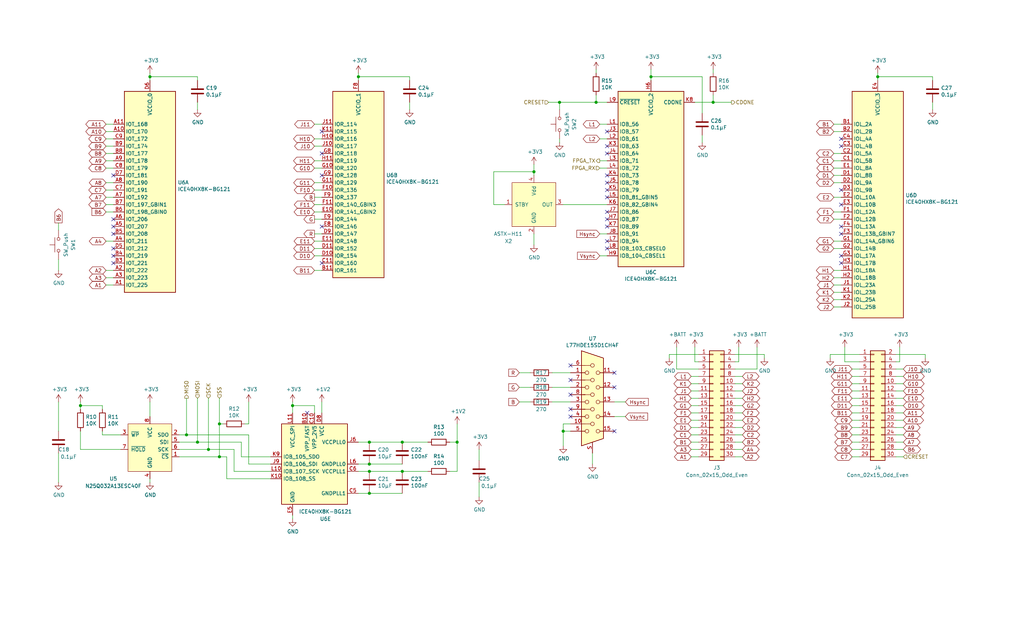
<source format=kicad_sch>
(kicad_sch (version 20231120) (generator "eeschema") (generator_version "8.0")
  (paper "USLegal")
  (junction (at 124.46 26.67))
  (junction (at 72.39 156.21))
  (junction (at 101.6 140.97))
  (junction (at 139.7 153.67))
  (junction (at 68.58 153.67))
  (junction (at 185.42 59.69))
  (junction (at 128.27 163.83))
  (junction (at 128.27 171.45))
  (junction (at 128.27 161.29))
  (junction (at 195.58 149.86))
  (junction (at 139.7 163.83))
  (junction (at 128.27 153.67))
  (junction (at 52.07 26.67))
  (junction (at 304.8 26.67))
  (junction (at 27.94 140.97))
  (junction (at 76.2 147.32))
  (junction (at 64.77 151.13))
  (junction (at 194.31 35.56))
  (junction (at 76.2 158.75))
  (junction (at 226.06 26.67))
  (junction (at 158.75 153.67))
  (junction (at 207.01 35.56))
  (junction (at 247.65 35.56))
  (no_connect (at 106.68 143.51))
  (no_connect (at 111.76 91.44))
  (no_connect (at 111.76 45.72))
  (no_connect (at 111.76 53.34))
  (no_connect (at 111.76 60.96))
  (no_connect (at 111.76 78.74))
  (no_connect (at 39.37 60.96))
  (no_connect (at 39.37 76.2))
  (no_connect (at 39.37 78.74))
  (no_connect (at 39.37 81.28))
  (no_connect (at 39.37 86.36))
  (no_connect (at 39.37 88.9))
  (no_connect (at 39.37 91.44))
  (no_connect (at 210.82 45.72))
  (no_connect (at 210.82 50.8))
  (no_connect (at 210.82 53.34))
  (no_connect (at 210.82 76.2))
  (no_connect (at 210.82 78.74))
  (no_connect (at 210.82 86.36))
  (no_connect (at 210.82 83.82))
  (no_connect (at 210.82 60.96))
  (no_connect (at 210.82 63.5))
  (no_connect (at 210.82 66.04))
  (no_connect (at 210.82 68.58))
  (no_connect (at 210.82 73.66))
  (no_connect (at 198.12 137.16))
  (no_connect (at 213.36 149.86))
  (no_connect (at 198.12 127))
  (no_connect (at 198.12 132.08))
  (no_connect (at 198.12 142.24))
  (no_connect (at 198.12 144.78))
  (no_connect (at 213.36 134.62))
  (no_connect (at 213.36 129.54))
  (no_connect (at 292.1 88.9))
  (no_connect (at 292.1 91.44))
  (no_connect (at 292.1 50.8))
  (no_connect (at 292.1 66.04))
  (no_connect (at 292.1 71.12))
  (no_connect (at 292.1 78.74))
  (no_connect (at 292.1 81.28))
  (no_connect (at 292.1 48.26))
  (wire (pts (xy 93.98 163.83) (xy 81.28 163.83)))
  (wire (pts (xy 109.22 86.36) (xy 111.76 86.36)))
  (wire (pts (xy 35.56 149.86) (xy 35.56 151.13)))
  (wire (pts (xy 36.83 83.82) (xy 39.37 83.82)))
  (wire (pts (xy 289.56 99.06) (xy 292.1 99.06)))
  (wire (pts (xy 232.41 124.46) (xy 232.41 123.19)))
  (wire (pts (xy 109.22 81.28) (xy 111.76 81.28)))
  (wire (pts (xy 240.03 133.35) (xy 242.57 133.35)))
  (wire (pts (xy 210.82 71.12) (xy 195.58 71.12)))
  (wire (pts (xy 234.95 120.65) (xy 234.95 128.27)))
  (wire (pts (xy 142.24 26.67) (xy 142.24 27.94)))
  (wire (pts (xy 226.06 26.67) (xy 226.06 27.94)))
  (wire (pts (xy 36.83 71.12) (xy 39.37 71.12)))
  (wire (pts (xy 255.27 123.19) (xy 265.43 123.19)))
  (wire (pts (xy 76.2 158.75) (xy 62.23 158.75)))
  (wire (pts (xy 81.28 156.21) (xy 72.39 156.21)))
  (wire (pts (xy 208.28 48.26) (xy 210.82 48.26)))
  (wire (pts (xy 27.94 140.97) (xy 27.94 142.24)))
  (wire (pts (xy 27.94 139.7) (xy 27.94 140.97)))
  (wire (pts (xy 295.91 138.43) (xy 298.45 138.43)))
  (wire (pts (xy 313.69 138.43) (xy 311.15 138.43)))
  (wire (pts (xy 77.47 147.32) (xy 76.2 147.32)))
  (wire (pts (xy 175.26 71.12) (xy 171.45 71.12)))
  (wire (pts (xy 295.91 158.75) (xy 298.45 158.75)))
  (wire (pts (xy 257.81 148.59) (xy 255.27 148.59)))
  (wire (pts (xy 313.69 135.89) (xy 311.15 135.89)))
  (wire (pts (xy 208.28 81.28) (xy 210.82 81.28)))
  (wire (pts (xy 292.1 73.66) (xy 289.56 73.66)))
  (wire (pts (xy 128.27 153.67) (xy 139.7 153.67)))
  (wire (pts (xy 247.65 33.02) (xy 247.65 35.56)))
  (wire (pts (xy 86.36 151.13) (xy 86.36 161.29)))
  (wire (pts (xy 321.31 123.19) (xy 321.31 124.46)))
  (wire (pts (xy 128.27 161.29) (xy 139.7 161.29)))
  (wire (pts (xy 109.22 83.82) (xy 111.76 83.82)))
  (wire (pts (xy 295.91 135.89) (xy 298.45 135.89)))
  (wire (pts (xy 86.36 139.7) (xy 86.36 147.32)))
  (wire (pts (xy 313.69 133.35) (xy 311.15 133.35)))
  (wire (pts (xy 323.85 35.56) (xy 323.85 38.1)))
  (wire (pts (xy 148.59 163.83) (xy 139.7 163.83)))
  (wire (pts (xy 62.23 153.67) (xy 68.58 153.67)))
  (wire (pts (xy 36.83 53.34) (xy 39.37 53.34)))
  (wire (pts (xy 35.56 140.97) (xy 35.56 142.24)))
  (wire (pts (xy 295.91 128.27) (xy 298.45 128.27)))
  (wire (pts (xy 109.22 76.2) (xy 111.76 76.2)))
  (wire (pts (xy 257.81 140.97) (xy 255.27 140.97)))
  (wire (pts (xy 166.37 156.21) (xy 166.37 160.02)))
  (wire (pts (xy 36.83 96.52) (xy 39.37 96.52)))
  (wire (pts (xy 257.81 158.75) (xy 255.27 158.75)))
  (wire (pts (xy 247.65 35.56) (xy 241.3 35.56)))
  (wire (pts (xy 76.2 138.43) (xy 76.2 147.32)))
  (wire (pts (xy 295.91 148.59) (xy 298.45 148.59)))
  (wire (pts (xy 289.56 106.68) (xy 292.1 106.68)))
  (wire (pts (xy 180.34 134.62) (xy 184.15 134.62)))
  (wire (pts (xy 180.34 129.54) (xy 184.15 129.54)))
  (wire (pts (xy 72.39 156.21) (xy 62.23 156.21)))
  (wire (pts (xy 36.83 73.66) (xy 39.37 73.66)))
  (wire (pts (xy 36.83 93.98) (xy 39.37 93.98)))
  (wire (pts (xy 242.57 158.75) (xy 240.03 158.75)))
  (wire (pts (xy 93.98 166.37) (xy 78.74 166.37)))
  (wire (pts (xy 208.28 43.18) (xy 210.82 43.18)))
  (wire (pts (xy 158.75 163.83) (xy 156.21 163.83)))
  (wire (pts (xy 109.22 73.66) (xy 111.76 73.66)))
  (wire (pts (xy 124.46 171.45) (xy 128.27 171.45)))
  (wire (pts (xy 180.34 139.7) (xy 184.15 139.7)))
  (wire (pts (xy 205.74 157.48) (xy 205.74 161.29)))
  (wire (pts (xy 208.28 55.88) (xy 210.82 55.88)))
  (wire (pts (xy 86.36 161.29) (xy 93.98 161.29)))
  (wire (pts (xy 52.07 26.67) (xy 68.58 26.67)))
  (wire (pts (xy 158.75 153.67) (xy 158.75 163.83)))
  (wire (pts (xy 289.56 58.42) (xy 292.1 58.42)))
  (wire (pts (xy 323.85 26.67) (xy 323.85 27.94)))
  (wire (pts (xy 72.39 138.43) (xy 72.39 156.21)))
  (wire (pts (xy 240.03 135.89) (xy 242.57 135.89)))
  (wire (pts (xy 36.83 50.8) (xy 39.37 50.8)))
  (wire (pts (xy 52.07 25.4) (xy 52.07 26.67)))
  (wire (pts (xy 78.74 166.37) (xy 78.74 158.75)))
  (wire (pts (xy 241.3 125.73) (xy 242.57 125.73)))
  (wire (pts (xy 166.37 167.64) (xy 166.37 172.72)))
  (wire (pts (xy 295.91 151.13) (xy 298.45 151.13)))
  (wire (pts (xy 109.22 71.12) (xy 111.76 71.12)))
  (wire (pts (xy 36.83 63.5) (xy 39.37 63.5)))
  (wire (pts (xy 27.94 140.97) (xy 35.56 140.97)))
  (wire (pts (xy 109.22 66.04) (xy 111.76 66.04)))
  (wire (pts (xy 185.42 81.28) (xy 185.42 85.09)))
  (wire (pts (xy 226.06 24.13) (xy 226.06 26.67)))
  (wire (pts (xy 313.69 156.21) (xy 311.15 156.21)))
  (wire (pts (xy 262.89 128.27) (xy 255.27 128.27)))
  (wire (pts (xy 265.43 123.19) (xy 265.43 124.46)))
  (wire (pts (xy 313.69 130.81) (xy 311.15 130.81)))
  (wire (pts (xy 262.89 120.65) (xy 262.89 128.27)))
  (wire (pts (xy 68.58 26.67) (xy 68.58 27.94)))
  (wire (pts (xy 109.22 58.42) (xy 111.76 58.42)))
  (wire (pts (xy 139.7 153.67) (xy 148.59 153.67)))
  (wire (pts (xy 240.03 151.13) (xy 242.57 151.13)))
  (wire (pts (xy 243.84 46.99) (xy 243.84 49.53)))
  (wire (pts (xy 64.77 138.43) (xy 64.77 151.13)))
  (wire (pts (xy 293.37 125.73) (xy 298.45 125.73)))
  (wire (pts (xy 124.46 163.83) (xy 128.27 163.83)))
  (wire (pts (xy 86.36 147.32) (xy 85.09 147.32)))
  (wire (pts (xy 240.03 153.67) (xy 242.57 153.67)))
  (wire (pts (xy 124.46 26.67) (xy 142.24 26.67)))
  (wire (pts (xy 289.56 53.34) (xy 292.1 53.34)))
  (wire (pts (xy 36.83 68.58) (xy 39.37 68.58)))
  (wire (pts (xy 240.03 156.21) (xy 242.57 156.21)))
  (wire (pts (xy 256.54 120.65) (xy 256.54 125.73)))
  (wire (pts (xy 109.22 48.26) (xy 111.76 48.26)))
  (wire (pts (xy 158.75 147.32) (xy 158.75 153.67)))
  (wire (pts (xy 194.31 48.26) (xy 194.31 49.53)))
  (wire (pts (xy 194.31 35.56) (xy 207.01 35.56)))
  (wire (pts (xy 257.81 133.35) (xy 255.27 133.35)))
  (wire (pts (xy 83.82 158.75) (xy 93.98 158.75)))
  (wire (pts (xy 194.31 38.1) (xy 194.31 35.56)))
  (wire (pts (xy 289.56 96.52) (xy 292.1 96.52)))
  (wire (pts (xy 171.45 59.69) (xy 185.42 59.69)))
  (wire (pts (xy 226.06 26.67) (xy 243.84 26.67)))
  (wire (pts (xy 240.03 140.97) (xy 242.57 140.97)))
  (wire (pts (xy 36.83 55.88) (xy 39.37 55.88)))
  (wire (pts (xy 171.45 71.12) (xy 171.45 59.69)))
  (wire (pts (xy 109.22 55.88) (xy 111.76 55.88)))
  (wire (pts (xy 295.91 133.35) (xy 298.45 133.35)))
  (wire (pts (xy 295.91 153.67) (xy 298.45 153.67)))
  (wire (pts (xy 289.56 60.96) (xy 292.1 60.96)))
  (wire (pts (xy 240.03 130.81) (xy 242.57 130.81)))
  (wire (pts (xy 208.28 88.9) (xy 210.82 88.9)))
  (wire (pts (xy 288.29 124.46) (xy 288.29 123.19)))
  (wire (pts (xy 311.15 153.67) (xy 313.69 153.67)))
  (wire (pts (xy 240.03 138.43) (xy 242.57 138.43)))
  (wire (pts (xy 311.15 151.13) (xy 313.69 151.13)))
  (wire (pts (xy 101.6 140.97) (xy 109.22 140.97)))
  (wire (pts (xy 124.46 26.67) (xy 124.46 27.94)))
  (wire (pts (xy 257.81 130.81) (xy 255.27 130.81)))
  (wire (pts (xy 254 35.56) (xy 247.65 35.56)))
  (wire (pts (xy 198.12 149.86) (xy 195.58 149.86)))
  (wire (pts (xy 313.69 143.51) (xy 311.15 143.51)))
  (wire (pts (xy 52.07 139.7) (xy 52.07 144.78)))
  (wire (pts (xy 313.69 128.27) (xy 311.15 128.27)))
  (wire (pts (xy 124.46 153.67) (xy 128.27 153.67)))
  (wire (pts (xy 111.76 139.7) (xy 111.76 143.51)))
  (wire (pts (xy 195.58 154.94) (xy 195.58 149.86)))
  (wire (pts (xy 20.32 139.7) (xy 20.32 149.86)))
  (wire (pts (xy 128.27 171.45) (xy 139.7 171.45)))
  (wire (pts (xy 191.77 139.7) (xy 198.12 139.7)))
  (wire (pts (xy 142.24 35.56) (xy 142.24 38.1)))
  (wire (pts (xy 101.6 143.51) (xy 101.6 140.97)))
  (wire (pts (xy 191.77 129.54) (xy 198.12 129.54)))
  (wire (pts (xy 217.17 144.78) (xy 213.36 144.78)))
  (wire (pts (xy 240.03 143.51) (xy 242.57 143.51)))
  (wire (pts (xy 257.81 143.51) (xy 255.27 143.51)))
  (wire (pts (xy 124.46 25.4) (xy 124.46 26.67)))
  (wire (pts (xy 68.58 35.56) (xy 68.58 38.1)))
  (wire (pts (xy 295.91 156.21) (xy 298.45 156.21)))
  (wire (pts (xy 124.46 161.29) (xy 128.27 161.29)))
  (wire (pts (xy 41.91 156.21) (xy 27.94 156.21)))
  (wire (pts (xy 311.15 146.05) (xy 313.69 146.05)))
  (wire (pts (xy 109.22 50.8) (xy 111.76 50.8)))
  (wire (pts (xy 213.36 139.7) (xy 217.17 139.7)))
  (wire (pts (xy 83.82 153.67) (xy 83.82 158.75)))
  (wire (pts (xy 257.81 151.13) (xy 255.27 151.13)))
  (wire (pts (xy 240.03 148.59) (xy 242.57 148.59)))
  (wire (pts (xy 257.81 153.67) (xy 255.27 153.67)))
  (wire (pts (xy 313.69 140.97) (xy 311.15 140.97)))
  (wire (pts (xy 101.6 139.7) (xy 101.6 140.97)))
  (wire (pts (xy 36.83 66.04) (xy 39.37 66.04)))
  (wire (pts (xy 101.6 179.07) (xy 101.6 180.34)))
  (wire (pts (xy 311.15 148.59) (xy 313.69 148.59)))
  (wire (pts (xy 256.54 125.73) (xy 255.27 125.73)))
  (wire (pts (xy 241.3 120.65) (xy 241.3 125.73)))
  (wire (pts (xy 52.07 166.37) (xy 52.07 167.64)))
  (wire (pts (xy 289.56 101.6) (xy 292.1 101.6)))
  (wire (pts (xy 311.15 123.19) (xy 321.31 123.19)))
  (wire (pts (xy 312.42 125.73) (xy 311.15 125.73)))
  (wire (pts (xy 295.91 143.51) (xy 298.45 143.51)))
  (wire (pts (xy 208.28 58.42) (xy 210.82 58.42)))
  (wire (pts (xy 289.56 63.5) (xy 292.1 63.5)))
  (wire (pts (xy 289.56 86.36) (xy 292.1 86.36)))
  (wire (pts (xy 20.32 157.48) (xy 20.32 167.64)))
  (wire (pts (xy 207.01 24.13) (xy 207.01 25.4)))
  (wire (pts (xy 257.81 156.21) (xy 255.27 156.21)))
  (wire (pts (xy 207.01 35.56) (xy 210.82 35.56)))
  (wire (pts (xy 27.94 156.21) (xy 27.94 149.86)))
  (wire (pts (xy 289.56 68.58) (xy 292.1 68.58)))
  (wire (pts (xy 304.8 26.67) (xy 304.8 27.94)))
  (wire (pts (xy 52.07 26.67) (xy 52.07 27.94)))
  (wire (pts (xy 64.77 151.13) (xy 86.36 151.13)))
  (wire (pts (xy 156.21 153.67) (xy 158.75 153.67)))
  (wire (pts (xy 36.83 45.72) (xy 39.37 45.72)))
  (wire (pts (xy 293.37 120.65) (xy 293.37 125.73)))
  (wire (pts (xy 62.23 151.13) (xy 64.77 151.13)))
  (wire (pts (xy 36.83 43.18) (xy 39.37 43.18)))
  (wire (pts (xy 232.41 123.19) (xy 242.57 123.19)))
  (wire (pts (xy 81.28 163.83) (xy 81.28 156.21)))
  (wire (pts (xy 243.84 26.67) (xy 243.84 39.37)))
  (wire (pts (xy 257.81 135.89) (xy 255.27 135.89)))
  (wire (pts (xy 257.81 146.05) (xy 255.27 146.05)))
  (wire (pts (xy 20.32 77.47) (xy 20.32 80.01)))
  (wire (pts (xy 313.69 158.75) (xy 311.15 158.75)))
  (wire (pts (xy 35.56 151.13) (xy 41.91 151.13)))
  (wire (pts (xy 109.22 63.5) (xy 111.76 63.5)))
  (wire (pts (xy 289.56 55.88) (xy 292.1 55.88)))
  (wire (pts (xy 109.22 43.18) (xy 111.76 43.18)))
  (wire (pts (xy 207.01 33.02) (xy 207.01 35.56)))
  (wire (pts (xy 36.83 58.42) (xy 39.37 58.42)))
  (wire (pts (xy 109.22 140.97) (xy 109.22 143.51)))
  (wire (pts (xy 295.91 146.05) (xy 298.45 146.05)))
  (wire (pts (xy 78.74 158.75) (xy 76.2 158.75)))
  (wire (pts (xy 257.81 138.43) (xy 255.27 138.43)))
  (wire (pts (xy 190.5 35.56) (xy 194.31 35.56)))
  (wire (pts (xy 195.58 149.86) (xy 195.58 147.32)))
  (wire (pts (xy 76.2 147.32) (xy 76.2 158.75)))
  (wire (pts (xy 288.29 123.19) (xy 298.45 123.19)))
  (wire (pts (xy 36.83 99.06) (xy 39.37 99.06)))
  (wire (pts (xy 289.56 45.72) (xy 292.1 45.72)))
  (wire (pts (xy 304.8 26.67) (xy 323.85 26.67)))
  (wire (pts (xy 128.27 163.83) (xy 139.7 163.83)))
  (wire (pts (xy 109.22 68.58) (xy 111.76 68.58)))
  (wire (pts (xy 109.22 88.9) (xy 111.76 88.9)))
  (wire (pts (xy 36.83 48.26) (xy 39.37 48.26)))
  (wire (pts (xy 312.42 120.65) (xy 312.42 125.73)))
  (wire (pts (xy 289.56 76.2) (xy 292.1 76.2)))
  (wire (pts (xy 289.56 104.14) (xy 292.1 104.14)))
  (wire (pts (xy 240.03 146.05) (xy 242.57 146.05)))
  (wire (pts (xy 185.42 59.69) (xy 185.42 60.96)))
  (wire (pts (xy 247.65 24.13) (xy 247.65 25.4)))
  (wire (pts (xy 20.32 93.98) (xy 20.32 90.17)))
  (wire (pts (xy 289.56 43.18) (xy 292.1 43.18)))
  (wire (pts (xy 304.8 25.4) (xy 304.8 26.67)))
  (wire (pts (xy 68.58 138.43) (xy 68.58 153.67)))
  (wire (pts (xy 289.56 93.98) (xy 292.1 93.98)))
  (wire (pts (xy 195.58 147.32) (xy 198.12 147.32)))
  (wire (pts (xy 289.56 83.82) (xy 292.1 83.82)))
  (wire (pts (xy 234.95 128.27) (xy 242.57 128.27)))
  (wire (pts (xy 185.42 57.15) (xy 185.42 59.69)))
  (wire (pts (xy 295.91 140.97) (xy 298.45 140.97)))
  (wire (pts (xy 295.91 130.81) (xy 298.45 130.81)))
  (wire (pts (xy 109.22 93.98) (xy 111.76 93.98)))
  (wire (pts (xy 191.77 134.62) (xy 198.12 134.62)))
  (wire (pts (xy 68.58 153.67) (xy 83.82 153.67)))
  (global_label "F1" (shape bidirectional) (at 289.56 73.66 180) (property "Intersheetrefs" "${INTERSHEET_REFS}" (effects (hide yes))))
  (global_label "B6" (shape bidirectional) (at 313.69 156.21 0) (property "Intersheetrefs" "${INTERSHEET_REFS}" (effects (hide yes))))
  (global_label "C8" (shape bidirectional) (at 36.83 58.42 180) (property "Intersheetrefs" "${INTERSHEET_REFS}" (effects (hide yes))))
  (global_label "H10" (shape bidirectional) (at 109.22 48.26 180) (property "Intersheetrefs" "${INTERSHEET_REFS}" (effects (hide yes))))
  (global_label "A9" (shape bidirectional) (at 36.83 55.88 180) (property "Intersheetrefs" "${INTERSHEET_REFS}" (effects (hide yes))))
  (global_label "A7" (shape bidirectional) (at 313.69 153.67 0) (property "Intersheetrefs" "${INTERSHEET_REFS}" (effects (hide yes))))
  (global_label "C1" (shape bidirectional) (at 240.03 151.13 180) (property "Intersheetrefs" "${INTERSHEET_REFS}" (effects (hide yes))))
  (global_label "A1" (shape bidirectional) (at 36.83 99.06 180) (property "Intersheetrefs" "${INTERSHEET_REFS}" (effects (hide yes))))
  (global_label "B8" (shape bidirectional) (at 295.91 151.13 180) (property "Intersheetrefs" "${INTERSHEET_REFS}" (effects (hide yes))))
  (global_label "G1" (shape bidirectional) (at 240.03 140.97 180) (property "Intersheetrefs" "${INTERSHEET_REFS}" (effects (hide yes))))
  (global_label "Hsync" (shape input) (at 208.28 81.28 180) (property "Intersheetrefs" "${INTERSHEET_REFS}" (effects (hide yes))))
  (global_label "R" (shape output) (at 109.22 81.28 180) (property "Intersheetrefs" "${INTERSHEET_REFS}" (effects (hide yes))))
  (global_label "A7" (shape bidirectional) (at 36.83 68.58 180) (property "Intersheetrefs" "${INTERSHEET_REFS}" (effects (hide yes))))
  (global_label "K2" (shape bidirectional) (at 257.81 133.35 0) (property "Intersheetrefs" "${INTERSHEET_REFS}" (effects (hide yes))))
  (global_label "B" (shape output) (at 109.22 68.58 180) (property "Intersheetrefs" "${INTERSHEET_REFS}" (effects (hide yes))))
  (global_label "E2" (shape bidirectional) (at 257.81 146.05 0) (property "Intersheetrefs" "${INTERSHEET_REFS}" (effects (hide yes))))
  (global_label "B1" (shape bidirectional) (at 240.03 153.67 180) (property "Intersheetrefs" "${INTERSHEET_REFS}" (effects (hide yes))))
  (global_label "B9" (shape bidirectional) (at 36.83 50.8 180) (property "Intersheetrefs" "${INTERSHEET_REFS}" (effects (hide yes))))
  (global_label "R" (shape input) (at 180.34 129.54 180) (property "Intersheetrefs" "${INTERSHEET_REFS}" (effects (hide yes))))
  (global_label "A4" (shape bidirectional) (at 36.83 83.82 180) (property "Intersheetrefs" "${INTERSHEET_REFS}" (effects (hide yes))))
  (global_label "H1" (shape bidirectional) (at 240.03 138.43 180) (property "Intersheetrefs" "${INTERSHEET_REFS}" (effects (hide yes))))
  (global_label "Vsync" (shape input) (at 217.17 144.78 0) (property "Intersheetrefs" "${INTERSHEET_REFS}" (effects (hide yes))))
  (global_label "C2" (shape bidirectional) (at 289.56 53.34 180) (property "Intersheetrefs" "${INTERSHEET_REFS}" (effects (hide yes))))
  (global_label "H2" (shape bidirectional) (at 289.56 96.52 180) (property "Intersheetrefs" "${INTERSHEET_REFS}" (effects (hide yes))))
  (global_label "F2" (shape bidirectional) (at 257.81 143.51 0) (property "Intersheetrefs" "${INTERSHEET_REFS}" (effects (hide yes))))
  (global_label "A11" (shape bidirectional) (at 313.69 143.51 0) (property "Intersheetrefs" "${INTERSHEET_REFS}" (effects (hide yes))))
  (global_label "C9" (shape bidirectional) (at 36.83 48.26 180) (property "Intersheetrefs" "${INTERSHEET_REFS}" (effects (hide yes))))
  (global_label "A3" (shape bidirectional) (at 240.03 156.21 180) (property "Intersheetrefs" "${INTERSHEET_REFS}" (effects (hide yes))))
  (global_label "J1" (shape bidirectional) (at 289.56 99.06 180) (property "Intersheetrefs" "${INTERSHEET_REFS}" (effects (hide yes))))
  (global_label "J10" (shape bidirectional) (at 313.69 128.27 0) (property "Intersheetrefs" "${INTERSHEET_REFS}" (effects (hide yes))))
  (global_label "B9" (shape bidirectional) (at 295.91 148.59 180) (property "Intersheetrefs" "${INTERSHEET_REFS}" (effects (hide yes))))
  (global_label "D11" (shape bidirectional) (at 295.91 140.97 180) (property "Intersheetrefs" "${INTERSHEET_REFS}" (effects (hide yes))))
  (global_label "B1" (shape bidirectional) (at 289.56 43.18 180) (property "Intersheetrefs" "${INTERSHEET_REFS}" (effects (hide yes))))
  (global_label "C7" (shape bidirectional) (at 36.83 66.04 180) (property "Intersheetrefs" "${INTERSHEET_REFS}" (effects (hide yes))))
  (global_label "E10" (shape bidirectional) (at 313.69 138.43 0) (property "Intersheetrefs" "${INTERSHEET_REFS}" (effects (hide yes))))
  (global_label "L2" (shape bidirectional) (at 257.81 130.81 0) (property "Intersheetrefs" "${INTERSHEET_REFS}" (effects (hide yes))))
  (global_label "F10" (shape bidirectional) (at 109.22 66.04 180) (property "Intersheetrefs" "${INTERSHEET_REFS}" (effects (hide yes))))
  (global_label "A3" (shape bidirectional) (at 36.83 96.52 180) (property "Intersheetrefs" "${INTERSHEET_REFS}" (effects (hide yes))))
  (global_label "G1" (shape bidirectional) (at 289.56 83.82 180) (property "Intersheetrefs" "${INTERSHEET_REFS}" (effects (hide yes))))
  (global_label "E1" (shape bidirectional) (at 240.03 146.05 180) (property "Intersheetrefs" "${INTERSHEET_REFS}" (effects (hide yes))))
  (global_label "A8" (shape bidirectional) (at 313.69 151.13 0) (property "Intersheetrefs" "${INTERSHEET_REFS}" (effects (hide yes))))
  (global_label "D1" (shape bidirectional) (at 289.56 60.96 180) (property "Intersheetrefs" "${INTERSHEET_REFS}" (effects (hide yes))))
  (global_label "H11" (shape bidirectional) (at 295.91 130.81 180) (property "Intersheetrefs" "${INTERSHEET_REFS}" (effects (hide yes))))
  (global_label "A2" (shape bidirectional) (at 257.81 158.75 0) (property "Intersheetrefs" "${INTERSHEET_REFS}" (effects (hide yes))))
  (global_label "Hsync" (shape input) (at 217.17 139.7 0) (property "Intersheetrefs" "${INTERSHEET_REFS}" (effects (hide yes))))
  (global_label "H1" (shape bidirectional) (at 289.56 93.98 180) (property "Intersheetrefs" "${INTERSHEET_REFS}" (effects (hide yes))))
  (global_label "B6" (shape output) (at 20.32 77.47 90) (property "Intersheetrefs" "${INTERSHEET_REFS}" (effects (hide yes))))
  (global_label "G11" (shape bidirectional) (at 295.91 133.35 180) (property "Intersheetrefs" "${INTERSHEET_REFS}" (effects (hide yes))))
  (global_label "A10" (shape bidirectional) (at 313.69 146.05 0) (property "Intersheetrefs" "${INTERSHEET_REFS}" (effects (hide yes))))
  (global_label "C2" (shape bidirectional) (at 257.81 151.13 0) (property "Intersheetrefs" "${INTERSHEET_REFS}" (effects (hide yes))))
  (global_label "Vsync" (shape input) (at 208.28 88.9 180) (property "Intersheetrefs" "${INTERSHEET_REFS}" (effects (hide yes))))
  (global_label "K1" (shape bidirectional) (at 289.56 101.6 180) (property "Intersheetrefs" "${INTERSHEET_REFS}" (effects (hide yes))))
  (global_label "E1" (shape bidirectional) (at 289.56 58.42 180) (property "Intersheetrefs" "${INTERSHEET_REFS}" (effects (hide yes))))
  (global_label "A11" (shape bidirectional) (at 36.83 43.18 180) (property "Intersheetrefs" "${INTERSHEET_REFS}" (effects (hide yes))))
  (global_label "B" (shape input) (at 180.34 139.7 180) (property "Intersheetrefs" "${INTERSHEET_REFS}" (effects (hide yes))))
  (global_label "E11" (shape bidirectional) (at 109.22 83.82 180) (property "Intersheetrefs" "${INTERSHEET_REFS}" (effects (hide yes))))
  (global_label "K2" (shape bidirectional) (at 289.56 104.14 180) (property "Intersheetrefs" "${INTERSHEET_REFS}" (effects (hide yes))))
  (global_label "J11" (shape bidirectional) (at 295.91 128.27 180) (property "Intersheetrefs" "${INTERSHEET_REFS}" (effects (hide yes))))
  (global_label "C9" (shape bidirectional) (at 295.91 146.05 180) (property "Intersheetrefs" "${INTERSHEET_REFS}" (effects (hide yes))))
  (global_label "F10" (shape bidirectional) (at 313.69 135.89 0) (property "Intersheetrefs" "${INTERSHEET_REFS}" (effects (hide yes))))
  (global_label "A4" (shape bidirectional) (at 257.81 156.21 0) (property "Intersheetrefs" "${INTERSHEET_REFS}" (effects (hide yes))))
  (global_label "G10" (shape bidirectional) (at 109.22 58.42 180) (property "Intersheetrefs" "${INTERSHEET_REFS}" (effects (hide yes))))
  (global_label "J1" (shape bidirectional) (at 240.03 135.89 180) (property "Intersheetrefs" "${INTERSHEET_REFS}" (effects (hide yes))))
  (global_label "E10" (shape bidirectional) (at 109.22 73.66 180) (property "Intersheetrefs" "${INTERSHEET_REFS}" (effects (hide yes))))
  (global_label "B7" (shape bidirectional) (at 295.91 153.67 180) (property "Intersheetrefs" "${INTERSHEET_REFS}" (effects (hide yes))))
  (global_label "H10" (shape bidirectional) (at 313.69 130.81 0) (property "Intersheetrefs" "${INTERSHEET_REFS}" (effects (hide yes))))
  (global_label "E2" (shape bidirectional) (at 289.56 68.58 180) (property "Intersheetrefs" "${INTERSHEET_REFS}" (effects (hide yes))))
  (global_label "F1" (shape bidirectional) (at 240.03 143.51 180) (property "Intersheetrefs" "${INTERSHEET_REFS}" (effects (hide yes))))
  (global_label "C1" (shape bidirectional) (at 289.56 55.88 180) (property "Intersheetrefs" "${INTERSHEET_REFS}" (effects (hide yes))))
  (global_label "G" (shape output) (at 109.22 76.2 180) (property "Intersheetrefs" "${INTERSHEET_REFS}" (effects (hide yes))))
  (global_label "D1" (shape bidirectional) (at 240.03 148.59 180) (property "Intersheetrefs" "${INTERSHEET_REFS}" (effects (hide yes))))
  (global_label "C7" (shape bidirectional) (at 295.91 158.75 180) (property "Intersheetrefs" "${INTERSHEET_REFS}" (effects (hide yes))))
  (global_label "J11" (shape bidirectional) (at 109.22 43.18 180) (property "Intersheetrefs" "${INTERSHEET_REFS}" (effects (hide yes))))
  (global_label "G11" (shape bidirectional) (at 109.22 63.5 180) (property "Intersheetrefs" "${INTERSHEET_REFS}" (effects (hide yes))))
  (global_label "A10" (shape bidirectional) (at 36.83 45.72 180) (property "Intersheetrefs" "${INTERSHEET_REFS}" (effects (hide yes))))
  (global_label "D2" (shape bidirectional) (at 289.56 63.5 180) (property "Intersheetrefs" "${INTERSHEET_REFS}" (effects (hide yes))))
  (global_label "B7" (shape bidirectional) (at 36.83 71.12 180) (property "Intersheetrefs" "${INTERSHEET_REFS}" (effects (hide yes))))
  (global_label "D2" (shape bidirectional) (at 257.81 148.59 0) (property "Intersheetrefs" "${INTERSHEET_REFS}" (effects (hide yes))))
  (global_label "A9" (shape bidirectional) (at 313.69 148.59 0) (property "Intersheetrefs" "${INTERSHEET_REFS}" (effects (hide yes))))
  (global_label "L1" (shape bidirectional) (at 208.28 43.18 180) (property "Intersheetrefs" "${INTERSHEET_REFS}" (effects (hide yes))))
  (global_label "B11" (shape bidirectional) (at 109.22 93.98 180) (property "Intersheetrefs" "${INTERSHEET_REFS}" (effects (hide yes))))
  (global_label "A2" (shape bidirectional) (at 36.83 93.98 180) (property "Intersheetrefs" "${INTERSHEET_REFS}" (effects (hide yes))))
  (global_label "F11" (shape bidirectional) (at 109.22 71.12 180) (property "Intersheetrefs" "${INTERSHEET_REFS}" (effects (hide yes))))
  (global_label "G" (shape input) (at 180.34 134.62 180) (property "Intersheetrefs" "${INTERSHEET_REFS}" (effects (hide yes))))
  (global_label "D10" (shape bidirectional) (at 109.22 88.9 180) (property "Intersheetrefs" "${INTERSHEET_REFS}" (effects (hide yes))))
  (global_label "J2" (shape bidirectional) (at 257.81 135.89 0) (property "Intersheetrefs" "${INTERSHEET_REFS}" (effects (hide yes))))
  (global_label "A1" (shape bidirectional) (at 240.03 158.75 180) (property "Intersheetrefs" "${INTERSHEET_REFS}" (effects (hide yes))))
  (global_label "G2" (shape bidirectional) (at 257.81 140.97 0) (property "Intersheetrefs" "${INTERSHEET_REFS}" (effects (hide yes))))
  (global_label "F2" (shape bidirectional) (at 289.56 76.2 180) (property "Intersheetrefs" "${INTERSHEET_REFS}" (effects (hide yes))))
  (global_label "J10" (shape bidirectional) (at 109.22 50.8 180) (property "Intersheetrefs" "${INTERSHEET_REFS}" (effects (hide yes))))
  (global_label "B2" (shape bidirectional) (at 257.81 153.67 0) (property "Intersheetrefs" "${INTERSHEET_REFS}" (effects (hide yes))))
  (global_label "B11" (shape bidirectional) (at 295.91 143.51 180) (property "Intersheetrefs" "${INTERSHEET_REFS}" (effects (hide yes))))
  (global_label "E11" (shape bidirectional) (at 295.91 138.43 180) (property "Intersheetrefs" "${INTERSHEET_REFS}" (effects (hide yes))))
  (global_label "G10" (shape bidirectional) (at 313.69 133.35 0) (property "Intersheetrefs" "${INTERSHEET_REFS}" (effects (hide yes))))
  (global_label "J2" (shape bidirectional) (at 289.56 106.68 180) (property "Intersheetrefs" "${INTERSHEET_REFS}" (effects (hide yes))))
  (global_label "L1" (shape bidirectional) (at 240.03 130.81 180) (property "Intersheetrefs" "${INTERSHEET_REFS}" (effects (hide yes))))
  (global_label "C8" (shape bidirectional) (at 295.91 156.21 180) (property "Intersheetrefs" "${INTERSHEET_REFS}" (effects (hide yes))))
  (global_label "A8" (shape bidirectional) (at 36.83 63.5 180) (property "Intersheetrefs" "${INTERSHEET_REFS}" (effects (hide yes))))
  (global_label "L2" (shape bidirectional) (at 208.28 48.26 180) (property "Intersheetrefs" "${INTERSHEET_REFS}" (effects (hide yes))))
  (global_label "D10" (shape bidirectional) (at 313.69 140.97 0) (property "Intersheetrefs" "${INTERSHEET_REFS}" (effects (hide yes))))
  (global_label "B2" (shape bidirectional) (at 289.56 45.72 180) (property "Intersheetrefs" "${INTERSHEET_REFS}" (effects (hide yes))))
  (global_label "D11" (shape bidirectional) (at 109.22 86.36 180) (property "Intersheetrefs" "${INTERSHEET_REFS}" (effects (hide yes))))
  (global_label "B6" (shape input) (at 36.83 73.66 180) (property "Intersheetrefs" "${INTERSHEET_REFS}" (effects (hide yes))))
  (global_label "B8" (shape bidirectional) (at 36.83 53.34 180) (property "Intersheetrefs" "${INTERSHEET_REFS}" (effects (hide yes))))
  (global_label "H11" (shape bidirectional) (at 109.22 55.88 180) (property "Intersheetrefs" "${INTERSHEET_REFS}" (effects (hide yes))))
  (global_label "G2" (shape bidirectional) (at 289.56 86.36 180) (property "Intersheetrefs" "${INTERSHEET_REFS}" (effects (hide yes))))
  (global_label "K1" (shape bidirectional) (at 240.03 133.35 180) (property "Intersheetrefs" "${INTERSHEET_REFS}" (effects (hide yes))))
  (global_label "H2" (shape bidirectional) (at 257.81 138.43 0) (property "Intersheetrefs" "${INTERSHEET_REFS}" (effects (hide yes))))
  (global_label "F11" (shape bidirectional) (at 295.91 135.89 180) (property "Intersheetrefs" "${INTERSHEET_REFS}" (effects (hide yes))))
  (hierarchical_label "FPGA_RX" (shape input) (at 208.28 58.42 180))
  (hierarchical_label "CRESET" (shape input) (at 190.5 35.56 180))
  (hierarchical_label "CRESET" (shape input) (at 313.69 158.75 0))
  (hierarchical_label "MISO" (shape output) (at 64.77 138.43 90))
  (hierarchical_label "SS" (shape input) (at 76.2 138.43 90))
  (hierarchical_label "MOSI" (shape input) (at 68.58 138.43 90))
  (hierarchical_label "SCK" (shape input) (at 72.39 138.43 90))
  (hierarchical_label "CDONE" (shape output) (at 254 35.56 0))
  (hierarchical_label "FPGA_TX" (shape output) (at 208.28 55.88 180))
  (symbol (lib_id "Device:C") (at 128.27 157.48 0) (unit 1)
    (property "Reference" "C20" (at 131.191 156.3116 0) (effects (justify left)))
    (property "Value" "10µF" (at 131.191 158.623 0) (effects (justify left)))
    (property "Footprint" "Capacitor_SMD:C_0603_1608Metric" (effects (hide yes)))
  )
  (symbol (lib_id "Device:C") (at 128.27 167.64 0) (unit 1)
    (property "Reference" "C21" (at 131.191 166.4716 0) (effects (justify left)))
    (property "Value" "10µF" (at 131.191 168.783 0) (effects (justify left)))
    (property "Footprint" "Capacitor_SMD:C_0603_1608Metric" (effects (hide yes)))
  )
  (symbol (lib_id "power:GND") (at 101.6 180.34 0) (unit 1)
    (property "Reference" "#PWR0101" (effects (hide yes)))
    (property "Value" "GND" (at 101.727 184.7342 0))
  )
  (symbol (lib_id "power:GND") (at 52.07 167.64 0) (unit 1)
    (property "Reference" "#PWR0102" (effects (hide yes)))
    (property "Value" "GND" (at 52.197 172.0342 0))
  )
  (symbol (lib_id "power:+3.3V") (at 52.07 139.7 0) (unit 1)
    (property "Reference" "#PWR0103" (effects (hide yes)))
    (property "Value" "+3V3" (at 52.451 135.3058 0))
  )
  (symbol (lib_id "Device:R") (at 152.4 153.67 270) (unit 1)
    (property "Reference" "R13" (at 152.4 148.4122 90))
    (property "Value" "100" (at 152.4 150.7236 90))
    (property "Footprint" "Resistor_SMD:R_0603_1608Metric" (effects (hide yes)))
  )
  (symbol (lib_id "Device:R") (at 152.4 163.83 270) (unit 1)
    (property "Reference" "R14" (at 152.4 158.5722 90))
    (property "Value" "100" (at 152.4 160.8836 90))
    (property "Footprint" "Resistor_SMD:R_0603_1608Metric" (effects (hide yes)))
  )
  (symbol (lib_id "power:+1V2") (at 158.75 147.32 0) (unit 1)
    (property "Reference" "#PWR0104" (effects (hide yes)))
    (property "Value" "+1V2" (at 159.131 142.9258 0))
  )
  (symbol (lib_id "Device:C") (at 139.7 157.48 0) (unit 1)
    (property "Reference" "C22" (at 142.621 156.3116 0) (effects (justify left)))
    (property "Value" "100nF" (at 142.621 158.623 0) (effects (justify left)))
    (property "Footprint" "Capacitor_SMD:C_0603_1608Metric" (effects (hide yes)))
  )
  (symbol (lib_id "Device:C") (at 139.7 167.64 0) (unit 1)
    (property "Reference" "C23" (at 142.621 166.4716 0) (effects (justify left)))
    (property "Value" "100nF" (at 142.621 168.783 0) (effects (justify left)))
    (property "Footprint" "Capacitor_SMD:C_0603_1608Metric" (effects (hide yes)))
  )
  (symbol (lib_id "Switch:SW_Push") (at 194.31 43.18 90) (unit 1)
    (property "Reference" "SW2" (at 199.39 43.18 0))
    (property "Value" "SW_Push" (at 196.85 43.18 0))
    (property "Footprint" "Button_Switch_THT:SW_PUSH_6mm" (effects (hide yes)))
  )
  (symbol (lib_id "power:+3.3V") (at 101.6 139.7 0) (unit 1)
    (property "Reference" "#PWR0105" (effects (hide yes)))
    (property "Value" "+3V3" (at 101.981 135.3058 0))
  )
  (symbol (lib_id "power:GND") (at 194.31 49.53 0) (unit 1)
    (property "Reference" "#PWR0113" (effects (hide yes)))
    (property "Value" "GND" (at 194.437 53.9242 0))
  )
  (symbol (lib_id "Device:R") (at 247.65 29.21 0) (unit 1)
    (property "Reference" "R16" (at 249.428 28.0416 0) (effects (justify left)))
    (property "Value" "10K" (at 249.428 30.353 0) (effects (justify left)))
    (property "Footprint" "Resistor_SMD:R_0603_1608Metric" (effects (hide yes)))
  )
  (symbol (lib_id "pet_on_a_chip:L77HDE15SD1CH4F") (at 205.74 139.7 0) (unit 1)
    (property "Reference" "U7" (at 205.74 117.6782 0))
    (property "Value" "L77HDE15SD1CH4F" (at 205.74 119.9896 0))
    (property "Footprint" "pet on a chip:AMPHENOL_L77HDE15SD1CH4F" (effects (hide yes)))
  )
  (symbol (lib_id "power:+3.3V") (at 247.65 24.13 0) (unit 1)
    (property "Reference" "#PWR0114" (effects (hide yes)))
    (property "Value" "+3V3" (at 248.031 19.7358 0))
  )
  (symbol (lib_id "Device:C") (at 68.58 31.75 0) (unit 1)
    (property "Reference" "C19" (at 71.501 30.5816 0) (effects (justify left)))
    (property "Value" "0.1µF" (at 71.501 32.893 0) (effects (justify left)))
    (property "Footprint" "Capacitor_SMD:C_0603_1608Metric" (effects (hide yes)))
  )
  (symbol (lib_id "power:GND") (at 68.58 38.1 0) (unit 1)
    (property "Reference" "#PWR0115" (effects (hide yes)))
    (property "Value" "GND" (at 68.707 42.4942 0))
  )
  (symbol (lib_id "Device:C") (at 142.24 31.75 0) (unit 1)
    (property "Reference" "C24" (at 145.161 30.5816 0) (effects (justify left)))
    (property "Value" "0.1µF" (at 145.161 32.893 0) (effects (justify left)))
    (property "Footprint" "Capacitor_SMD:C_0603_1608Metric" (effects (hide yes)))
  )
  (symbol (lib_id "power:GND") (at 142.24 38.1 0) (unit 1)
    (property "Reference" "#PWR0116" (effects (hide yes)))
    (property "Value" "GND" (at 142.367 42.4942 0))
  )
  (symbol (lib_id "Connector_Generic:Conn_02x15_Odd_Even") (at 247.65 140.97 0) (unit 1)
    (property "Reference" "J3" (at 248.92 162.56 0))
    (property "Value" "Conn_02x15_Odd_Even" (at 248.92 165.1 0))
    (property "Footprint" "Connector_PinHeader_2.54mm:PinHeader_2x15_P2.54mm_Vertical" (effects (hide yes)))
  )
  (symbol (lib_id "Device:C") (at 243.84 43.18 0) (unit 1)
    (property "Reference" "C26" (at 246.761 42.0116 0) (effects (justify left)))
    (property "Value" "0.1µF" (at 246.761 44.323 0) (effects (justify left)))
    (property "Footprint" "Capacitor_SMD:C_0603_1608Metric" (effects (hide yes)))
  )
  (symbol (lib_id "Connector_Generic:Conn_02x15_Odd_Even") (at 303.53 140.97 0) (unit 1)
    (property "Reference" "J4" (at 304.8 162.56 0))
    (property "Value" "Conn_02x15_Odd_Even" (at 304.8 165.1 0))
    (property "Footprint" "Connector_PinHeader_2.54mm:PinHeader_2x15_P2.54mm_Vertical" (effects (hide yes)))
  )
  (symbol (lib_id "power:GND") (at 243.84 49.53 0) (unit 1)
    (property "Reference" "#PWR0117" (effects (hide yes)))
    (property "Value" "GND" (at 243.967 53.9242 0))
  )
  (symbol (lib_id "Device:C") (at 323.85 31.75 0) (unit 1)
    (property "Reference" "C27" (at 326.771 30.5816 0) (effects (justify left)))
    (property "Value" "0.1µF" (at 326.771 32.893 0) (effects (justify left)))
    (property "Footprint" "Capacitor_SMD:C_0603_1608Metric" (effects (hide yes)))
  )
  (symbol (lib_id "power:GND") (at 232.41 124.46 0) (unit 1)
    (property "Reference" "#PWR0126" (effects (hide yes)))
    (property "Value" "GND" (at 232.537 128.8542 0))
  )
  (symbol (lib_id "power:GND") (at 323.85 38.1 0) (unit 1)
    (property "Reference" "#PWR0118" (effects (hide yes)))
    (property "Value" "GND" (at 323.977 42.4942 0))
  )
  (symbol (lib_id "power:+3.3V") (at 241.3 120.65 0) (unit 1)
    (property "Reference" "#PWR0127" (effects (hide yes)))
    (property "Value" "+3V3" (at 241.681 116.2558 0))
  )
  (symbol (lib_id "power:+3.3V") (at 256.54 120.65 0) (unit 1)
    (property "Reference" "#PWR0128" (effects (hide yes)))
    (property "Value" "+3V3" (at 256.921 116.2558 0))
  )
  (symbol (lib_id "Device:R") (at 35.56 146.05 180) (unit 1)
    (property "Reference" "R11" (at 37.338 144.8816 0) (effects (justify right)))
    (property "Value" "10K" (at 37.338 147.193 0) (effects (justify right)))
    (property "Footprint" "Resistor_SMD:R_0603_1608Metric" (effects (hide yes)))
  )
  (symbol (lib_id "Device:R") (at 27.94 146.05 180) (unit 1)
    (property "Reference" "R10" (at 29.718 144.8816 0) (effects (justify right)))
    (property "Value" "10K" (at 29.718 147.193 0) (effects (justify right)))
    (property "Footprint" "Resistor_SMD:R_0603_1608Metric" (effects (hide yes)))
  )
  (symbol (lib_id "power:+3.3V") (at 27.94 139.7 0) (unit 1)
    (property "Reference" "#PWR0106" (effects (hide yes)))
    (property "Value" "+3V3" (at 28.321 135.3058 0))
  )
  (symbol (lib_id "Device:R") (at 81.28 147.32 90) (unit 1)
    (property "Reference" "R12" (at 81.28 142.0622 90))
    (property "Value" "10K" (at 81.28 144.3736 90))
    (property "Footprint" "Resistor_SMD:R_0603_1608Metric" (effects (hide yes)))
  )
  (symbol (lib_id "power:+3.3V") (at 86.36 139.7 0) (unit 1)
    (property "Reference" "#PWR0107" (effects (hide yes)))
    (property "Value" "+3V3" (at 86.741 135.3058 0))
  )
  (symbol (lib_id "power:GND") (at 265.43 124.46 0) (unit 1)
    (property "Reference" "#PWR0129" (effects (hide yes)))
    (property "Value" "GND" (at 265.557 128.8542 0))
  )
  (symbol (lib_id "Device:C") (at 20.32 153.67 180) (unit 1)
    (property "Reference" "C18" (at 24.13 156.21 0) (effects (justify left)))
    (property "Value" "0.1µF" (at 26.67 158.75 0) (effects (justify left)))
    (property "Footprint" "Capacitor_SMD:C_0603_1608Metric" (effects (hide yes)))
  )
  (symbol (lib_id "power:+BATT") (at 234.95 120.65 0) (unit 1)
    (property "Reference" "#PWR0130" (effects (hide yes)))
    (property "Value" "+BATT" (at 235.331 116.2558 0))
  )
  (symbol (lib_id "power:+BATT") (at 262.89 120.65 0) (unit 1)
    (property "Reference" "#PWR0131" (effects (hide yes)))
    (property "Value" "+BATT" (at 263.271 116.2558 0))
  )
  (symbol (lib_id "power:GND") (at 20.32 167.64 0) (unit 1)
    (property "Reference" "#PWR0119" (effects (hide yes)))
    (property "Value" "GND" (at 20.447 172.0342 0))
  )
  (symbol (lib_id "power:+3.3V") (at 20.32 139.7 0) (unit 1)
    (property "Reference" "#PWR0120" (effects (hide yes)))
    (property "Value" "+3V3" (at 20.701 135.3058 0))
  )
  (symbol (lib_id "power:+3.3V") (at 52.07 25.4 0) (unit 1)
    (property "Reference" "#PWR0108" (effects (hide yes)))
    (property "Value" "+3V3" (at 52.451 21.0058 0))
  )
  (symbol (lib_id "power:+3.3V") (at 124.46 25.4 0) (unit 1)
    (property "Reference" "#PWR0109" (effects (hide yes)))
    (property "Value" "+3V3" (at 124.841 21.0058 0))
  )
  (symbol (lib_id "pet_on_a_chip:ASTX-H11") (at 185.42 71.12 0) (unit 1)
    (property "Reference" "X2" (at 175.26 83.82 0) (effects (justify left)))
    (property "Value" "ASTX-H11" (at 171.45 81.28 0) (effects (justify left)))
    (property "Footprint" "Oscillator:Oscillator_SMD_Abracon_ASE-4Pin_3.2x2.5mm" (effects (hide yes)))
  )
  (symbol (lib_id "power:GND") (at 185.42 85.09 0) (unit 1)
    (property "Reference" "#PWR0123" (effects (hide yes)))
    (property "Value" "GND" (at 185.547 89.4842 0))
  )
  (symbol (lib_id "power:GND") (at 321.31 124.46 0) (unit 1)
    (property "Reference" "#PWR0132" (effects (hide yes)))
    (property "Value" "GND" (at 321.437 128.8542 0))
  )
  (symbol (lib_id "power:+3.3V") (at 226.06 24.13 0) (unit 1)
    (property "Reference" "#PWR0110" (effects (hide yes)))
    (property "Value" "+3V3" (at 226.441 19.7358 0))
  )
  (symbol (lib_id "power:+3.3V") (at 304.8 25.4 0) (unit 1)
    (property "Reference" "#PWR0111" (effects (hide yes)))
    (property "Value" "+3V3" (at 305.181 21.0058 0))
  )
  (symbol (lib_id "power:+3.3V") (at 185.42 57.15 0) (unit 1)
    (property "Reference" "#PWR0124" (effects (hide yes)))
    (property "Value" "+3V3" (at 185.801 52.7558 0))
  )
  (symbol (lib_id "power:GND") (at 288.29 124.46 0) (unit 1)
    (property "Reference" "#PWR0133" (effects (hide yes)))
    (property "Value" "GND" (at 288.417 128.8542 0))
  )
  (symbol (lib_id "Device:R") (at 207.01 29.21 0) (unit 1)
    (property "Reference" "R15" (at 208.788 28.0416 0) (effects (justify left)))
    (property "Value" "10K" (at 208.788 30.353 0) (effects (justify left)))
    (property "Footprint" "Resistor_SMD:R_0603_1608Metric" (effects (hide yes)))
  )
  (symbol (lib_id "power:+3.3V") (at 207.01 24.13 0) (unit 1)
    (property "Reference" "#PWR0112" (effects (hide yes)))
    (property "Value" "+3V3" (at 207.391 19.7358 0))
  )
  (symbol (lib_id "power:+3.3V") (at 312.42 120.65 0) (unit 1)
    (property "Reference" "#PWR0134" (effects (hide yes)))
    (property "Value" "+3V3" (at 312.801 116.2558 0))
  )
  (symbol (lib_id "power:+3.3V") (at 293.37 120.65 0) (unit 1)
    (property "Reference" "#PWR0135" (effects (hide yes)))
    (property "Value" "+3V3" (at 293.751 116.2558 0))
  )
  (symbol (lib_id "Device:C") (at 166.37 163.83 180) (unit 1)
    (property "Reference" "C25" (at 170.18 166.37 0) (effects (justify left)))
    (property "Value" "0.1µF" (at 172.72 168.91 0) (effects (justify left)))
    (property "Footprint" "Capacitor_SMD:C_0603_1608Metric" (effects (hide yes)))
  )
  (symbol (lib_id "Device:R") (at 187.96 129.54 270) (unit 1)
    (property "Reference" "R17" (at 187.96 129.54 90))
    (property "Value" "270" (at 187.96 132.08 90))
    (property "Footprint" "Resistor_SMD:R_0603_1608Metric" (effects (hide yes)))
  )
  (symbol (lib_id "Device:R") (at 187.96 134.62 270) (unit 1)
    (property "Reference" "R18" (at 187.96 134.62 90))
    (property "Value" "270" (at 187.96 137.16 90))
    (property "Footprint" "Resistor_SMD:R_0603_1608Metric" (effects (hide yes)))
  )
  (symbol (lib_id "power:GND") (at 166.37 172.72 0) (unit 1)
    (property "Reference" "#PWR0121" (effects (hide yes)))
    (property "Value" "GND" (at 166.497 177.1142 0))
  )
  (symbol (lib_id "Device:R") (at 187.96 139.7 270) (unit 1)
    (property "Reference" "R19" (at 187.96 139.7 90))
    (property "Value" "270" (at 187.96 142.24 90))
    (property "Footprint" "Resistor_SMD:R_0603_1608Metric" (effects (hide yes)))
  )
  (symbol (lib_id "power:+3.3V") (at 166.37 156.21 0) (unit 1)
    (property "Reference" "#PWR0122" (effects (hide yes)))
    (property "Value" "+3V3" (at 166.751 151.8158 0))
  )
  (symbol (lib_id "power:GND") (at 205.74 161.29 0) (unit 1)
    (property "Reference" "#PWR0125" (effects (hide yes)))
    (property "Value" "GND" (at 205.867 165.6842 0))
  )
  (symbol (lib_id "FPGA_Lattice:ICE40HX8K-BG121") (at 52.07 63.5 0) (unit 1)
    (property "Reference" "U6" (at 61.722 63.4238 0) (effects (justify left)))
    (property "Value" "ICE40HX8K-BG121" (at 61.722 65.7352 0) (effects (justify left)))
    (property "Footprint" "Package_BGA:BGA-121_9.0x9.0mm_Layout11x11_P0.8mm_Ball0.4mm_Pad0.35mm_NSMD" (effects (hide yes)))
    (property "Datasheet" "http://www.latticesemi.com/Products/FPGAandCPLD/iCE40" (effects (hide yes)))
  )
  (symbol (lib_id "FPGA_Lattice:ICE40HX8K-BG121") (at 124.46 63.5 0) (unit 2)
    (property "Reference" "U6" (at 134.112 60.8838 0) (effects (justify left)))
    (property "Value" "ICE40HX8K-BG121" (at 134.112 63.1952 0) (effects (justify left)))
    (property "Footprint" "Package_BGA:BGA-121_9.0x9.0mm_Layout11x11_P0.8mm_Ball0.4mm_Pad0.35mm_NSMD" (effects (hide yes)))
    (property "Datasheet" "http://www.latticesemi.com/Products/FPGAandCPLD/iCE40" (effects (hide yes)))
  )
  (symbol (lib_id "FPGA_Lattice:ICE40HX8K-BG121") (at 226.06 60.96 0) (unit 3)
    (property "Reference" "U6" (at 226.06 94.615 0))
    (property "Value" "ICE40HX8K-BG121" (at 226.06 96.9264 0))
    (property "Footprint" "Package_BGA:BGA-121_9.0x9.0mm_Layout11x11_P0.8mm_Ball0.4mm_Pad0.35mm_NSMD" (effects (hide yes)))
    (property "Datasheet" "http://www.latticesemi.com/Products/FPGAandCPLD/iCE40" (effects (hide yes)))
  )
  (symbol (lib_id "FPGA_Lattice:ICE40HX8K-BG121") (at 304.8 71.12 0) (unit 4)
    (property "Reference" "U6" (at 314.452 67.8688 0) (effects (justify left)))
    (property "Value" "ICE40HX8K-BG121" (at 314.452 70.1802 0) (effects (justify left)))
    (property "Footprint" "Package_BGA:BGA-121_9.0x9.0mm_Layout11x11_P0.8mm_Ball0.4mm_Pad0.35mm_NSMD" (effects (hide yes)))
    (property "Datasheet" "http://www.latticesemi.com/Products/FPGAandCPLD/iCE40" (effects (hide yes)))
  )
  (symbol (lib_id "FPGA_Lattice:ICE40HX8K-BG121") (at 109.22 161.29 0) (unit 5)
    (property "Reference" "U6" (at 113.03 180.34 0))
    (property "Value" "ICE40HX8K-BG121" (at 113.03 177.8 0))
    (property "Footprint" "Package_BGA:BGA-121_9.0x9.0mm_Layout11x11_P0.8mm_Ball0.4mm_Pad0.35mm_NSMD" (effects (hide yes)))
    (property "Datasheet" "http://www.latticesemi.com/Products/FPGAandCPLD/iCE40" (effects (hide yes)))
  )
  (symbol (lib_id "pet_on_a_chip:N25Q032A13ESC40F") (at 52.07 154.94 0) (mirror y) (unit 1)
    (property "Reference" "U5" (at 39.37 166.37 0))
    (property "Value" "N25Q032A13ESC40F" (at 39.37 168.91 0))
    (property "Footprint" "Package_SO:SOP-8_3.9x4.9mm_P1.27mm" (effects (hide yes)))
  )
  (symbol (lib_id "Switch:SW_Push") (at 20.32 85.09 90) (unit 1)
    (property "Reference" "SW1" (at 25.4 85.09 0))
    (property "Value" "SW_Push" (at 22.86 85.09 0))
    (property "Footprint" "Button_Switch_THT:SW_PUSH_6mm" (effects (hide yes)))
  )
  (symbol (lib_id "power:GND") (at 20.32 93.98 0) (unit 1)
    (property "Reference" "#PWR0136" (effects (hide yes)))
    (property "Value" "GND" (at 20.447 98.3742 0))
  )
  (symbol (lib_id "power:+1V2") (at 111.76 139.7 0) (unit 1)
    (property "Reference" "#PWR036" (effects (hide yes)))
    (property "Value" "+1V2" (at 112.141 135.3058 0))
  )
  (symbol (lib_id "power:GND") (at 195.58 154.94 0) (unit 1)
    (property "Reference" "#PWR0137" (effects (hide yes)))
    (property "Value" "GND" (at 195.707 159.3342 0))
  )
)
</source>
